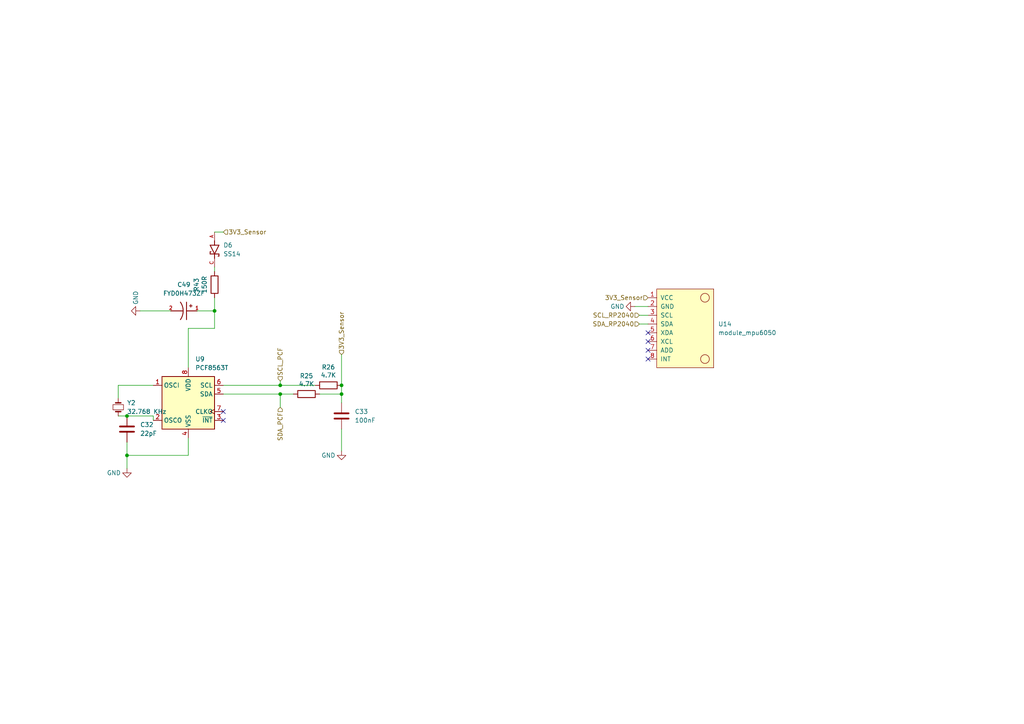
<source format=kicad_sch>
(kicad_sch (version 20230620) (generator eeschema)
  (paper "A4")
  (lib_symbols
    (symbol "Device:C" (pin_numbers hide) (pin_names (offset 0.254))
      (property "Reference" "C" (at 0.635 2.54 0))
      (property "Value" "C" (at 0.635 -2.54 0))
      (symbol "C_0_1"
        (polyline (pts (xy -2.032 -0.762) (xy 2.032 -0.762)) (stroke (width 0.508)))
        (polyline (pts (xy -2.032 0.762) (xy 2.032 0.762)) (stroke (width 0.508)))
      )
      (symbol "C_1_1"
        (pin passive line (at 0 3.81 270) (length 2.794) (name "~") (number "1"))
        (pin passive line (at 0 -3.81 90) (length 2.794) (name "~") (number "2"))
      )
    )
    (symbol "Device:Crystal_Small" (pin_numbers hide) (pin_names (offset 1.016) hide)
      (property "Reference" "Y" (at 0 2.54 0))
      (property "Value" "Crystal_Small" (at 0 -2.54 0))
      (symbol "Crystal_Small_0_1"
        (rectangle (start -0.762 -1.524) (end 0.762 1.524))
        (polyline (pts (xy -1.27 -0.762) (xy -1.27 0.762)) (stroke (width 0.381)))
        (polyline (pts (xy 1.27 -0.762) (xy 1.27 0.762)) (stroke (width 0.381)))
      )
      (symbol "Crystal_Small_1_1"
        (pin passive line (at -2.54 0 0) (length 1.27) (name "1") (number "1"))
        (pin passive line (at 2.54 0 180) (length 1.27) (name "2") (number "2"))
      )
    )
    (symbol "Device:R" (pin_numbers hide) (pin_names (offset 0))
      (property "Reference" "R" (at 2.032 0 90))
      (property "Value" "R" (at 0 0 90))
      (symbol "R_0_1"
        (rectangle (start -1.016 -2.54) (end 1.016 2.54) (stroke (width 0.254)))
      )
      (symbol "R_1_1"
        (pin passive line (at 0 3.81 270) (length 1.27) (name "~") (number "1"))
        (pin passive line (at 0 -3.81 90) (length 1.27) (name "~") (number "2"))
      )
    )
    (symbol "SS14:SS14" (pin_names (offset 1.016))
      (property "Reference" "D" (at -5.08 2.54 0))
      (property "Value" "SS14" (at -5.08 -3.81 0))
      (symbol "SS14_0_0"
        (polyline (pts (xy -2.54 0) (xy -1.27 0)) (stroke (width 0.254)))
        (polyline (pts (xy -1.27 -1.27) (xy 1.27 0)) (stroke (width 0.254)))
        (polyline (pts (xy -1.27 0) (xy -1.27 -1.27)) (stroke (width 0.254)))
        (polyline (pts (xy -1.27 1.27) (xy -1.27 0)) (stroke (width 0.254)))
        (polyline (pts (xy 0.635 -1.016) (xy 0.635 -1.27)) (stroke (width 0.254)))
        (polyline (pts (xy 1.27 -1.27) (xy 0.635 -1.27)) (stroke (width 0.254)))
        (polyline (pts (xy 1.27 0) (xy -1.27 1.27)) (stroke (width 0.254)))
        (polyline (pts (xy 1.27 0) (xy 1.27 -1.27)) (stroke (width 0.254)))
        (polyline (pts (xy 1.27 1.27) (xy 1.27 0)) (stroke (width 0.254)))
        (polyline (pts (xy 1.905 1.27) (xy 1.27 1.27)) (stroke (width 0.254)))
        (polyline (pts (xy 1.905 1.27) (xy 1.905 1.016)) (stroke (width 0.254)))
        (polyline (pts (xy 2.54 0) (xy 1.27 0)) (stroke (width 0.254)))
        (pin passive line (at -5.08 0 0) (length 2.54) (name "~") (number "A"))
        (pin passive line (at 5.08 0 180) (length 2.54) (name "~") (number "C"))
      )
    )
    (symbol "SensorModule:module_mpu6050" (pin_names (offset 1.016))
      (property "Reference" "U" (at 2.54 21.59 0))
      (property "Value" "module_mpu6050" (at 11.43 -3.81 0))
      (symbol "module_mpu6050_0_1"
        (rectangle (start 2.54 20.32) (end 19.05 -2.54) (fill (type background)))
        (circle (center 16.51 0) (radius 1.27))
        (circle (center 16.51 17.78) (radius 1.27))
      )
      (symbol "module_mpu6050_1_1"
        (pin input line (at 0 17.78 0) (length 2.54) (name "VCC") (number "1"))
        (pin input line (at 0 15.24 0) (length 2.54) (name "GND") (number "2"))
        (pin input line (at 0 12.7 0) (length 2.54) (name "SCL") (number "3"))
        (pin input line (at 0 10.16 0) (length 2.54) (name "SDA") (number "4"))
        (pin input line (at 0 7.62 0) (length 2.54) (name "XDA") (number "5"))
        (pin input line (at 0 5.08 0) (length 2.54) (name "XCL") (number "6"))
        (pin input line (at 0 2.54 0) (length 2.54) (name "ADD") (number "7"))
        (pin input line (at 0 0 0) (length 2.54) (name "INT") (number "8"))
      )
    )
    (symbol "SuperCap:FYD0H473ZF" (pin_names (offset 1.016))
      (property "Reference" "C" (at -5.08 3.81 0))
      (property "Value" "FYD0H473ZF" (at -5.08 -5.08 0))
      (symbol "FYD0H473ZF_0_0"
        (rectangle (start -3.713 -1.532) (end -2.824 -1.405) (stroke (width 0.1)) (fill (type outline)))
        (rectangle (start -3.332 -1.913) (end -3.205 -1.024) (stroke (width 0.1)) (fill (type outline)))
        (arc (start -0.254 2.54) (mid -1.0549 0) (end -0.254 -2.54) (stroke (width 0.254)))
        (polyline (pts (xy -5.08 0) (xy -2.032 0)) (stroke (width 0.254)))
        (polyline (pts (xy -2.032 2.54) (xy -2.032 -2.54)) (stroke (width 0.254)))
        (polyline (pts (xy -1.016 0) (xy 2.54 0)) (stroke (width 0.254)))
        (pin passive line (at -5.08 0 0) (length 0) (name "~") (number "1"))
        (pin passive line (at 2.54 0 180) (length 0) (name "~") (number "2"))
      )
    )
    (symbol "Timer_RTC:PCF8563T"
      (property "Reference" "U" (at -7.62 8.89 0))
      (property "Value" "PCF8563T" (at 2.54 8.89 0))
      (symbol "PCF8563T_0_1"
        (rectangle (start -7.62 7.62) (end 7.62 -7.62) (stroke (width 0.254)) (fill (type background)))
      )
      (symbol "PCF8563T_1_1"
        (pin input line (at -10.16 5.08 0) (length 2.54) (name "OSCI") (number "1"))
        (pin output line (at -10.16 -5.08 0) (length 2.54) (name "OSCO") (number "2"))
        (pin output line (at 10.16 -5.08 180) (length 2.54) (name "~{INT}") (number "3"))
        (pin power_in line (at 0 -10.16 90) (length 2.54) (name "VSS") (number "4"))
        (pin bidirectional line (at 10.16 2.54 180) (length 2.54) (name "SDA") (number "5"))
        (pin input line (at 10.16 5.08 180) (length 2.54) (name "SCL") (number "6"))
        (pin output clock (at 10.16 -2.54 180) (length 2.54) (name "CLKO") (number "7"))
        (pin power_in line (at 0 10.16 270) (length 2.54) (name "VDD") (number "8"))
      )
    )
    (symbol "power:GND" (power) (pin_names (offset 0))
      (property "Value" "GND" (at 0 -3.81 0))
      (symbol "GND_0_1"
        (polyline (pts (xy 0 0) (xy 0 -1.27) (xy 1.27 -1.27) (xy 0 -2.54) (xy -1.27 -1.27) (xy 0 -1.27)))
      )
      (symbol "GND_1_1"
        (pin power_in line (at 0 0 270) (length 0) hide (name "GND") (number "1"))
      )
    )
  )
  (junction (at 36.83 132.08))
  (junction (at 81.28 114.3))
  (junction (at 99.06 111.76))
  (junction (at 99.06 114.3))
  (junction (at 36.83 120.65))
  (junction (at 81.28 111.76))
  (junction (at 62.23 90.17))
  (no_connect (at 187.96 99.06))
  (no_connect (at 64.77 119.38))
  (no_connect (at 187.96 96.52))
  (no_connect (at 187.96 104.14))
  (no_connect (at 64.77 121.92))
  (no_connect (at 187.96 101.6))
  (wire (pts (xy 54.61 127) (xy 54.61 132.08)))
  (wire (pts (xy 81.28 114.3) (xy 64.77 114.3)))
  (wire (pts (xy 81.28 111.76) (xy 64.77 111.76)))
  (wire (pts (xy 62.23 90.17) (xy 57.15 90.17)))
  (wire (pts (xy 64.77 67.31) (xy 62.23 67.31)))
  (wire (pts (xy 44.45 120.65) (xy 44.45 121.92)))
  (wire (pts (xy 99.06 102.87) (xy 99.06 111.76)))
  (wire (pts (xy 54.61 132.08) (xy 36.83 132.08)))
  (wire (pts (xy 44.45 111.76) (xy 34.29 111.76)))
  (wire (pts (xy 91.44 111.76) (xy 81.28 111.76)))
  (wire (pts (xy 40.64 90.17) (xy 49.53 90.17)))
  (wire (pts (xy 62.23 78.74) (xy 62.23 77.47)))
  (wire (pts (xy 85.09 114.3) (xy 81.28 114.3)))
  (wire (pts (xy 36.83 120.65) (xy 44.45 120.65)))
  (wire (pts (xy 185.42 93.98) (xy 187.96 93.98)))
  (wire (pts (xy 62.23 95.25) (xy 62.23 90.17)))
  (wire (pts (xy 185.42 91.44) (xy 187.96 91.44)))
  (wire (pts (xy 54.61 106.68) (xy 54.61 95.25)))
  (wire (pts (xy 36.83 135.89) (xy 36.83 132.08)))
  (wire (pts (xy 99.06 111.76) (xy 99.06 114.3)))
  (wire (pts (xy 81.28 114.3) (xy 81.28 118.11)))
  (wire (pts (xy 62.23 86.36) (xy 62.23 90.17)))
  (wire (pts (xy 81.28 110.49) (xy 81.28 111.76)))
  (wire (pts (xy 34.29 111.76) (xy 34.29 115.57)))
  (wire (pts (xy 92.71 114.3) (xy 99.06 114.3)))
  (wire (pts (xy 99.06 124.46) (xy 99.06 130.81)))
  (wire (pts (xy 34.29 120.65) (xy 36.83 120.65)))
  (wire (pts (xy 184.15 88.9) (xy 187.96 88.9)))
  (wire (pts (xy 54.61 95.25) (xy 62.23 95.25)))
  (wire (pts (xy 36.83 132.08) (xy 36.83 128.27)))
  (wire (pts (xy 99.06 114.3) (xy 99.06 116.84)))
  (hierarchical_label "SDA_PCF" (shape input) (at 81.28 118.11 270))
  (hierarchical_label "SCL_PCF" (shape input) (at 81.28 110.49 90))
  (hierarchical_label "3V3_Sensor" (shape input) (at 99.06 102.87 90))
  (hierarchical_label "SDA_RP2040" (shape input) (at 185.42 93.98 180))
  (hierarchical_label "3V3_Sensor" (shape input) (at 187.96 86.36 180))
  (hierarchical_label "SCL_RP2040" (shape input) (at 185.42 91.44 180))
  (hierarchical_label "3V3_Sensor" (shape input) (at 64.77 67.31 0))
  (symbol (lib_id "SS14:SS14") (at 62.23 72.39 270) (unit 1)
    (property "Reference" "D6" (at 64.77 71.1199 90) (effects (justify left)))
    (property "Value" "SS14" (at 64.77 73.6599 90) (effects (justify left)))
    (property "Footprint" "SS14:DIOM4325X250N" (effects hide))
    (property "STANDARD" "IPC-7351B" (effects hide))
    (property "MAXIMUM_PACKAGE_HEIGHT" "2.5 mm" (effects hide))
    (property "MANUFACTURER" "Taiwan Semiconductor" (effects hide))
    (property "PARTREV" "O2102" (effects hide))
  )
  (symbol (lib_id "power:GND") (at 99.06 130.81 0) (unit 1)
    (property "Reference" "#PWR0172" (effects hide))
    (property "Value" "GND" (at 95.25 132.08 0))
  )
  (symbol (lib_id "Device:Crystal_Small") (at 34.29 118.11 90) (unit 1)
    (property "Reference" "Y2" (at 36.83 116.8399 90) (effects (justify right)))
    (property "Value" "32.768 KHz" (at 36.83 119.3799 90) (effects (justify right)))
    (property "Footprint" "Crystal:Crystal_AT310_D3.0mm_L10.0mm_Horizontal" (effects hide))
    (property "MPN" "CFS20632768DZFB" (effects hide))
  )
  (symbol (lib_id "Device:C") (at 99.06 120.65 0) (unit 1)
    (property "Reference" "C33" (at 102.87 119.3799 0) (effects (justify left)))
    (property "Value" "100nF" (at 102.87 121.9199 0) (effects (justify left)))
    (property "Footprint" "Capacitor_SMD:C_0603_1608Metric" (effects hide))
  )
  (symbol (lib_id "power:GND") (at 184.15 88.9 270) (unit 1)
    (property "Reference" "#PWR018" (effects hide))
    (property "Value" "GND" (at 179.07 88.9 90))
  )
  (symbol (lib_id "Device:R") (at 95.25 111.76 270) (unit 1)
    (property "Reference" "R26" (at 95.25 106.5022 90))
    (property "Value" "4.7K" (at 95.25 108.8136 90))
    (property "Footprint" "Resistor_SMD:R_0603_1608Metric" (effects hide))
  )
  (symbol (lib_id "power:GND") (at 40.64 90.17 270) (unit 1)
    (property "Reference" "#PWR0170" (effects hide))
    (property "Value" "GND" (at 39.37 86.36 0))
  )
  (symbol (lib_id "SensorModule:module_mpu6050") (at 187.96 104.14 0) (unit 1)
    (property "Reference" "U14" (at 208.28 93.98 0) (effects (justify left)))
    (property "Value" "module_mpu6050" (at 208.28 96.52 0) (effects (justify left)))
    (property "Footprint" "SensorModules:module_mpu6050" (effects hide))
  )
  (symbol (lib_id "Device:C") (at 36.83 124.46 0) (unit 1)
    (property "Reference" "C32" (at 40.64 123.1899 0) (effects (justify left)))
    (property "Value" "22pF" (at 40.64 125.7299 0) (effects (justify left)))
    (property "Footprint" "Capacitor_SMD:C_0603_1608Metric" (effects hide))
  )
  (symbol (lib_id "Timer_RTC:PCF8563T") (at 54.61 116.84 0) (unit 1)
    (property "Reference" "U9" (at 56.6294 104.14 0) (effects (justify left)))
    (property "Value" "PCF8563T" (at 56.6294 106.68 0) (effects (justify left)))
    (property "Footprint" "Package_SO:SOIC-8_3.9x4.9mm_P1.27mm" (effects hide))
    (property "Datasheet" "https://assets.nexperia.com/documents/data-sheet/PCF8563.pdf" (effects hide))
  )
  (symbol (lib_id "power:GND") (at 36.83 135.89 0) (unit 1)
    (property "Reference" "#PWR0171" (effects hide))
    (property "Value" "GND" (at 33.02 137.16 0))
  )
  (symbol (lib_id "SuperCap:FYD0H473ZF") (at 52.07 90.17 180) (unit 1)
    (property "Reference" "C49" (at 53.34 82.55 0))
    (property "Value" "FYD0H473ZF" (at 53.34 85.09 0))
    (property "Footprint" "SUPERCAP:CAPPRD508W154D1200H850" (effects hide))
    (property "PARTREV" "7/17/2020" (effects hide))
    (property "MAXIMUM_PACKAGE_HEIGHT" "8.5 mm" (effects hide))
    (property "STANDARD" "IPC-7351B" (effects hide))
    (property "MANUFACTURER" "Kemet" (effects hide))
  )
  (symbol (lib_id "Device:R") (at 62.23 82.55 0) (unit 1)
    (property "Reference" "R43" (at 56.9722 82.55 90))
    (property "Value" "150R" (at 59.2836 82.55 90))
    (property "Footprint" "Resistor_SMD:R_0603_1608Metric" (effects hide))
  )
  (symbol (lib_id "Device:R") (at 88.9 114.3 270) (unit 1)
    (property "Reference" "R25" (at 88.9 109.0422 90))
    (property "Value" "4.7K" (at 88.9 111.3536 90))
    (property "Footprint" "Resistor_SMD:R_0603_1608Metric" (effects hide))
  )
)
</source>
